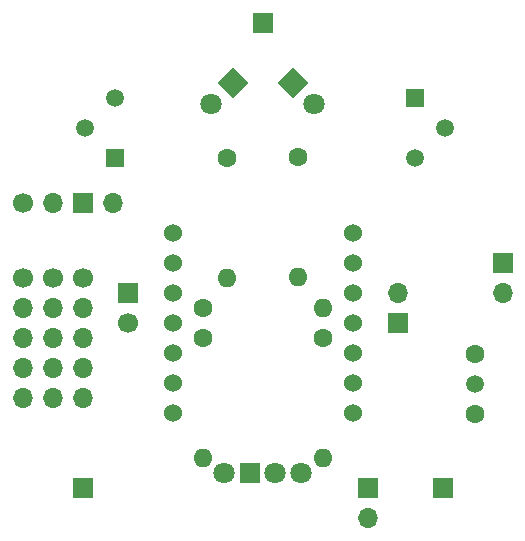
<source format=gbr>
%TF.GenerationSoftware,KiCad,Pcbnew,8.0.2-1*%
%TF.CreationDate,2025-03-04T20:19:02+09:00*%
%TF.ProjectId,test,74657374-2e6b-4696-9361-645f70636258,rev?*%
%TF.SameCoordinates,Original*%
%TF.FileFunction,Soldermask,Bot*%
%TF.FilePolarity,Negative*%
%FSLAX46Y46*%
G04 Gerber Fmt 4.6, Leading zero omitted, Abs format (unit mm)*
G04 Created by KiCad (PCBNEW 8.0.2-1) date 2025-03-04 20:19:02*
%MOMM*%
%LPD*%
G01*
G04 APERTURE LIST*
G04 Aperture macros list*
%AMRotRect*
0 Rectangle, with rotation*
0 The origin of the aperture is its center*
0 $1 length*
0 $2 width*
0 $3 Rotation angle, in degrees counterclockwise*
0 Add horizontal line*
21,1,$1,$2,0,0,$3*%
G04 Aperture macros list end*
%ADD10C,1.600000*%
%ADD11O,1.600000X1.600000*%
%ADD12C,1.700000*%
%ADD13O,1.700000X1.700000*%
%ADD14R,1.700000X1.700000*%
%ADD15C,1.524000*%
%ADD16C,1.500000*%
%ADD17R,1.500000X1.500000*%
%ADD18RotRect,1.800000X1.800000X225.000000*%
%ADD19C,1.800000*%
%ADD20RotRect,1.800000X1.800000X315.000000*%
%ADD21R,1.800000X1.800000*%
G04 APERTURE END LIST*
D10*
%TO.C,R1*%
X139509500Y-107910000D03*
D11*
X139509500Y-118070000D03*
%TD*%
D10*
%TO.C,R2*%
X149669500Y-107910000D03*
D11*
X149669500Y-118070000D03*
%TD*%
D10*
%TO.C,R3*%
X139509500Y-105370000D03*
D11*
X149669500Y-105370000D03*
%TD*%
D10*
%TO.C,R4*%
X141589500Y-92670000D03*
D11*
X141589500Y-102830000D03*
%TD*%
%TO.C,R5*%
X147589500Y-102779200D03*
D10*
X147589500Y-92619200D03*
%TD*%
D12*
%TO.C,J9*%
X126809500Y-102830000D03*
D13*
X126809500Y-105370000D03*
X126809500Y-107910000D03*
X126809500Y-110450000D03*
X126809500Y-112990000D03*
%TD*%
D12*
%TO.C,J7*%
X129369500Y-102860000D03*
D13*
X129369500Y-105400000D03*
X129369500Y-107940000D03*
X129369500Y-110480000D03*
X129369500Y-113020000D03*
%TD*%
D14*
%TO.C,J4*%
X144589500Y-81240000D03*
%TD*%
D12*
%TO.C,J8*%
X124269500Y-102830000D03*
D13*
X124269500Y-105370000D03*
X124269500Y-107910000D03*
X124269500Y-110450000D03*
X124269500Y-112990000D03*
%TD*%
D15*
%TO.C,U1*%
X136969500Y-114260000D03*
X136969500Y-111720000D03*
X136969500Y-109180000D03*
X136969500Y-106640000D03*
X136969500Y-104100000D03*
X136969500Y-101560000D03*
X136969500Y-99020000D03*
X152209500Y-99020000D03*
X152209500Y-101560000D03*
X152209500Y-104100000D03*
X152209500Y-106640000D03*
X152209500Y-109180000D03*
X152209500Y-111720000D03*
X152209500Y-114260000D03*
%TD*%
D14*
%TO.C,J6*%
X129349500Y-120610000D03*
%TD*%
D16*
%TO.C,SW1*%
X162560000Y-111760000D03*
D10*
X162560000Y-109220000D03*
X162560000Y-114300000D03*
%TD*%
D17*
%TO.C,Q2*%
X157480000Y-87590000D03*
D16*
X160020000Y-90130000D03*
X157480000Y-92670000D03*
%TD*%
D14*
%TO.C,M2*%
X156019500Y-106640000D03*
D13*
X156019500Y-104100000D03*
%TD*%
D18*
%TO.C,D1*%
X142049500Y-86320000D03*
D19*
X140253449Y-88116051D03*
%TD*%
D12*
%TO.C,M1*%
X133159500Y-106640000D03*
D14*
X133159500Y-104100000D03*
%TD*%
%TO.C,J2*%
X164909500Y-101560000D03*
D13*
X164909500Y-104100000D03*
%TD*%
D17*
%TO.C,Q1*%
X132080000Y-92670000D03*
D16*
X129540000Y-90130000D03*
X132080000Y-87590000D03*
%TD*%
D19*
%TO.C,D2*%
X148925551Y-88116051D03*
D20*
X147129500Y-86320000D03*
%TD*%
D13*
%TO.C,J1*%
X153479500Y-123150000D03*
D14*
X153479500Y-120610000D03*
%TD*%
%TO.C,J5*%
X159829500Y-120610000D03*
%TD*%
D12*
%TO.C,J3*%
X124269500Y-96480000D03*
D13*
X126809500Y-96480000D03*
D14*
X129349500Y-96480000D03*
D13*
X131889500Y-96480000D03*
%TD*%
D19*
%TO.C,D4*%
X141349500Y-119340000D03*
D21*
X143508500Y-119340000D03*
D19*
X145667500Y-119340000D03*
X147826500Y-119340000D03*
%TD*%
M02*

</source>
